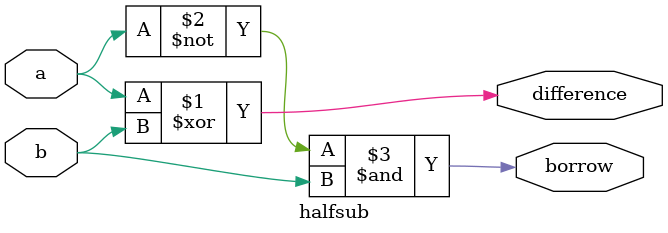
<source format=v>
module halfsub (
  input a,
  input b,
  output difference,
  output borrow
);
  assign difference = a ^ b;      
  assign borrow = ~a & b;    
endmodule

</source>
